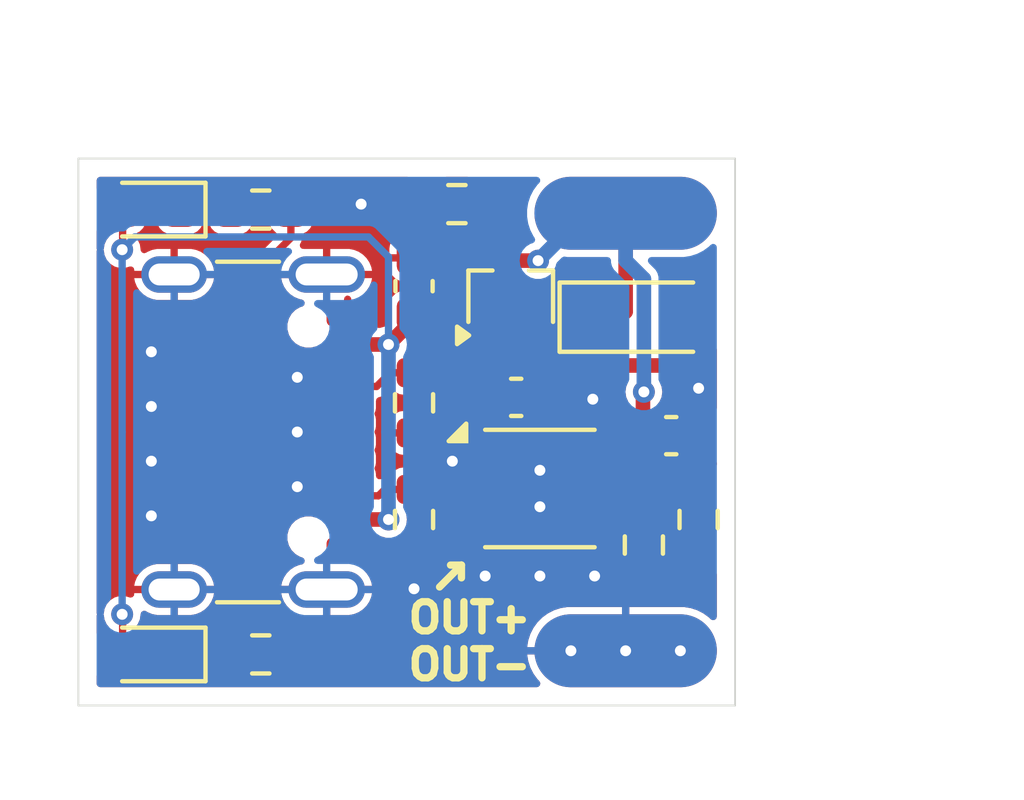
<source format=kicad_pcb>
(kicad_pcb (version 20240108) (generator "pcbnew") (generator_version "8.0")
  (title_block (title "LMS Charger") (date "2024-08-22") (rev "v0.1.0") (company "Petr Vilím"))
  (layers (0 "F.Cu" signal) (31 "B.Cu" signal) (34 "B.Paste" user) (35 "F.Paste" user) (36 "B.SilkS" user "B.Silkscreen") (37 "F.SilkS" user "F.Silkscreen") (38 "B.Mask" user) (39 "F.Mask" user) (44 "Edge.Cuts" user))
  (net 0 "")
  (net 1 "+5V")
  (net 2 "+BATT")
  (net 3 "GNDD")
  (net 5 "Net-(D1-K)")
  (net 6 "Net-(D2-K)")
  (net 7 "Net-(D3-K)")
  (net 8 "Net-(J1-CC1)")
  (net 10 "Net-(J1-CC2)")
  (net 14 "Net-(U1-STAT1)")
  (net 15 "Net-(U1-STAT2)")
  (net 16 "Net-(U1-PROG)")
  (net 17 "Net-(U1-THERM)")
  (footprint "Package_TO_SOT_SMD:SOT-323_SC-70" (layer "F.Cu") (at 111.85 91.3 90)
    (property "Reference" "Q1" (hide yes))
    (property "Value" "DMP2165UW")
    (fp_line (start 0.73 -1.16) (end 0.73 -0.499999) (stroke (width 0.12)) (layer "F.SilkS"))
    (fp_line (start -0.68 -1.159999) (end 0.73 -1.16) (stroke (width 0.12)) (layer "F.SilkS"))
    (fp_line (start 0.73 0.499999) (end 0.73 1.16) (stroke (width 0.12)) (layer "F.SilkS"))
    (fp_line (start -0.68 1.159999) (end 0.73 1.16) (stroke (width 0.12)) (layer "F.SilkS"))
    (fp_poly (pts (xy -1.05 -1.14) (xy -1.29 -1.47) (xy -0.81 -1.469999) (xy -1.05 -1.14)) (stroke (width 0.12)) (fill solid) (layer "F.SilkS"))
    (pad "1" smd roundrect (at -1 -0.65) (size 0.45 0.7) (layers "F.Cu" "F.Paste" "F.Mask") (net 1 "+5V"))
    (pad "2" smd roundrect (at -1 0.65) (size 0.45 0.7) (layers "F.Cu" "F.Paste" "F.Mask") (net 7 "Net-(D3-K)"))
    (pad "3" smd roundrect (at 1 0) (size 0.45 0.7) (layers "F.Cu" "F.Paste" "F.Mask") (net 2 "+BATT"))
  )
  (footprint "LED_SMD:LED_0603_1608Metric" (layer "F.Cu") (at 102 101.1 180)
    (property "Reference" "D2" (hide yes))
    (property "Value" "GREEN")
    (fp_line (start 0.8 -0.735) (end -1.485 -0.735) (stroke (width 0.12)) (layer "F.SilkS"))
    (fp_line (start -1.485 0.735) (end 0.8 0.735) (stroke (width 0.12)) (layer "F.SilkS"))
    (fp_line (start -1.485 -0.735) (end -1.485 0.735) (stroke (width 0.12)) (layer "F.SilkS"))
    (pad "1" smd roundrect (at -0.787501 0 180) (size 0.875 0.95) (layers "F.Cu" "F.Paste" "F.Mask") (net 6 "Net-(D2-K)"))
    (pad "2" smd roundrect (at 0.787501 0 180) (size 0.875 0.95) (layers "F.Cu" "F.Paste" "F.Mask") (net 1 "+5V"))
  )
  (footprint "Resistor_SMD:R_0603_1608Metric" (layer "F.Cu") (at 109.2 97.4 -90)
    (property "Reference" "R1" (hide yes))
    (property "Value" "5k1")
    (fp_line (start -0.237258 0.5225) (end 0.237258 0.5225) (stroke (width 0.12)) (layer "F.SilkS"))
    (fp_line (start -0.237258 -0.5225) (end 0.237258 -0.5225) (stroke (width 0.12)) (layer "F.SilkS"))
    (pad "1" smd roundrect (at -0.825 0 270) (size 0.8 0.95) (layers "F.Cu" "F.Paste" "F.Mask") (net 10 "Net-(J1-CC2)"))
    (pad "2" smd roundrect (at 0.825 0 270) (size 0.8 0.95) (layers "F.Cu" "F.Paste" "F.Mask") (net 3 "GNDD"))
  )
  (footprint "Resistor_SMD:R_0603_1608Metric" (layer "F.Cu") (at 105 101.1)
    (property "Reference" "R5" (hide yes))
    (property "Value" "220R")
    (fp_line (start -0.237258 -0.5225) (end 0.237258 -0.5225) (stroke (width 0.12)) (layer "F.SilkS"))
    (fp_line (start -0.237258 0.5225) (end 0.237258 0.5225) (stroke (width 0.12)) (layer "F.SilkS"))
    (pad "1" smd roundrect (at -0.825 0) (size 0.8 0.95) (layers "F.Cu" "F.Paste" "F.Mask") (net 6 "Net-(D2-K)"))
    (pad "2" smd roundrect (at 0.825 0) (size 0.8 0.95) (layers "F.Cu" "F.Paste" "F.Mask") (net 15 "Net-(U1-STAT2)"))
  )
  (footprint "Custom_Connectors:SMD_Cable_pad_1" (layer "F.Cu") (at 115 89 90)
    (property "Reference" "J2" (hide yes))
    (property "Value" "Cable Pad")
    (pad "1" smd oval (at 0 0 90) (size 2 5) (layers "F.Cu" "F.Mask") (net 7 "Net-(D3-K)"))
  )
  (footprint "Capacitor_SMD:C_0603_1608Metric" (layer "F.Cu") (at 116.25 95.1)
    (property "Reference" "C3" (hide yes))
    (property "Value" "4,7uF")
    (fp_line (start -0.140581 -0.51) (end 0.140581 -0.51) (stroke (width 0.12)) (layer "F.SilkS"))
    (fp_line (start -0.140581 0.51) (end 0.140581 0.51) (stroke (width 0.12)) (layer "F.SilkS"))
    (pad "1" smd roundrect (at -0.775 0) (size 0.9 0.95) (layers "F.Cu" "F.Paste" "F.Mask") (net 2 "+BATT"))
    (pad "2" smd roundrect (at 0.775 0) (size 0.9 0.95) (layers "F.Cu" "F.Paste" "F.Mask") (net 3 "GNDD"))
  )
  (footprint "LED_SMD:LED_0603_1608Metric" (layer "F.Cu") (at 102 88.9 180)
    (property "Reference" "D1" (hide yes))
    (property "Value" "RED")
    (fp_line (start 0.8 -0.735) (end -1.485 -0.735) (stroke (width 0.12)) (layer "F.SilkS"))
    (fp_line (start -1.485 0.735) (end 0.8 0.735) (stroke (width 0.12)) (layer "F.SilkS"))
    (fp_line (start -1.485 -0.735) (end -1.485 0.735) (stroke (width 0.12)) (layer "F.SilkS"))
    (pad "1" smd roundrect (at -0.787501 0 180) (size 0.875 0.95) (layers "F.Cu" "F.Paste" "F.Mask") (net 5 "Net-(D1-K)"))
    (pad "2" smd roundrect (at 0.787501 0 180) (size 0.875 0.95) (layers "F.Cu" "F.Paste" "F.Mask") (net 1 "+5V"))
  )
  (footprint "Diode_SMD:Nexperia_CFP3_SOD-123W" (layer "F.Cu") (at 115.45 91.85)
    (property "Reference" "D3" (hide yes))
    (property "Value" "PMEG3020EH")
    (fp_line (start -2.26 -0.95) (end -2.26 0.95) (stroke (width 0.12)) (layer "F.SilkS"))
    (fp_line (start -2.26 -0.95) (end 1.4 -0.95) (stroke (width 0.12)) (layer "F.SilkS"))
    (fp_line (start -2.26 0.95) (end 1.4 0.95) (stroke (width 0.12)) (layer "F.SilkS"))
    (pad "1" smd rect (at -1.399999 0) (size 1.2 1.2) (layers "F.Cu" "F.Paste" "F.Mask") (net 7 "Net-(D3-K)"))
    (pad "2" smd rect (at 1.399999 0) (size 1.2 1.2) (layers "F.Cu" "F.Paste" "F.Mask") (net 1 "+5V"))
  )
  (footprint "Connector_USB:USB_C_Receptacle_GCT_USB4105-xx-A_16P_TopMnt_Horizontal" (layer "F.Cu") (at 103.7 95 -90)
    (property "Reference" "J1" (hide yes))
    (property "Value" "USB4105-GF-A-120")
    (fp_line (start -4.67 -0.1) (end -4.67 -1.8) (stroke (width 0.12)) (layer "F.SilkS"))
    (fp_line (start 4.67 -0.1) (end 4.67 -1.8) (stroke (width 0.12)) (layer "F.SilkS"))
    (pad "" np_thru_hole circle (at -2.89 -2.605 270) (size 0.65 0.65) (drill 0.65) (layers "F&B.Cu" "*.Mask"))
    (pad "" np_thru_hole circle (at 2.89 -2.605 270) (size 0.65 0.65) (drill 0.65) (layers "F&B.Cu" "*.Mask"))
    (pad "A1" smd roundrect (at -3.2 -3.68 270) (size 0.6 1.15) (layers "F.Cu" "F.Paste" "F.Mask") (net 3 "GNDD"))
    (pad "A4" smd roundrect (at -2.4 -3.68 270) (size 0.6 1.15) (layers "F.Cu" "F.Paste" "F.Mask") (net 1 "+5V"))
    (pad "A5" smd roundrect (at -1.25 -3.679999 270) (size 0.3 1.15) (layers "F.Cu" "F.Paste" "F.Mask") (net 8 "Net-(J1-CC1)"))
    (pad "A6" smd roundrect (at -0.25 -3.68 270) (size 0.3 1.15) (layers "F.Cu" "F.Paste" "F.Mask"))
    (pad "A7" smd roundrect (at 0.25 -3.68 270) (size 0.3 1.15) (layers "F.Cu" "F.Paste" "F.Mask"))
    (pad "A8" smd roundrect (at 1.25 -3.679999 270) (size 0.3 1.15) (layers "F.Cu" "F.Paste" "F.Mask"))
    (pad "A9" smd roundrect (at 2.4 -3.68 270) (size 0.6 1.15) (layers "F.Cu" "F.Paste" "F.Mask") (net 1 "+5V"))
    (pad "A12" smd roundrect (at 3.2 -3.68 270) (size 0.6 1.15) (layers "F.Cu" "F.Paste" "F.Mask") (net 3 "GNDD"))
    (pad "B1" smd roundrect (at 3.2 -3.68 270) (size 0.6 1.15) (layers "F.Cu" "F.Paste" "F.Mask") (net 3 "GNDD"))
    (pad "B4" smd roundrect (at 2.4 -3.68 270) (size 0.6 1.15) (layers "F.Cu" "F.Paste" "F.Mask") (net 1 "+5V"))
    (pad "B5" smd roundrect (at 1.75 -3.68 270) (size 0.3 1.15) (layers "F.Cu" "F.Paste" "F.Mask") (net 10 "Net-(J1-CC2)"))
    (pad "B6" smd roundrect (at 0.75 -3.68 270) (size 0.3 1.15) (layers "F.Cu" "F.Paste" "F.Mask"))
    (pad "B7" smd roundrect (at -0.75 -3.68 270) (size 0.3 1.15) (layers "F.Cu" "F.Paste" "F.Mask"))
    (pad "B8" smd roundrect (at -1.75 -3.68 270) (size 0.3 1.15) (layers "F.Cu" "F.Paste" "F.Mask"))
    (pad "B9" smd roundrect (at -2.4 -3.68 270) (size 0.6 1.15) (layers "F.Cu" "F.Paste" "F.Mask") (net 1 "+5V"))
    (pad "B12" smd roundrect (at -3.2 -3.68 270) (size 0.6 1.15) (layers "F.Cu" "F.Paste" "F.Mask") (net 3 "GNDD"))
    (pad "S1" thru_hole oval (at -4.32 -3.105 270) (size 1 2.1) (drill oval 0.6 1.7) (layers "*.Cu" "*.Mask" "F.Paste") (net 3 "GNDD"))
    (pad "S1" thru_hole oval (at -4.32 1.075 270) (size 1 1.8) (drill oval 0.6 1.4) (layers "*.Cu" "*.Mask" "F.Paste") (net 3 "GNDD"))
    (pad "S1" thru_hole oval (at 4.32 -3.105 270) (size 1 2.1) (drill oval 0.6 1.7) (layers "*.Cu" "*.Mask" "F.Paste") (net 3 "GNDD"))
    (pad "S1" thru_hole oval (at 4.32 1.075 270) (size 1 1.8) (drill oval 0.6 1.4) (layers "*.Cu" "*.Mask" "F.Paste") (net 3 "GNDD"))
  )
  (footprint "Resistor_SMD:R_0603_1608Metric" (layer "F.Cu") (at 109.2 94.2 -90)
    (property "Reference" "R2" (hide yes))
    (property "Value" "5k1")
    (fp_line (start -0.237258 0.5225) (end 0.237258 0.5225) (stroke (width 0.12)) (layer "F.SilkS"))
    (fp_line (start -0.237258 -0.5225) (end 0.237258 -0.5225) (stroke (width 0.12)) (layer "F.SilkS"))
    (pad "1" smd roundrect (at -0.825 0 270) (size 0.8 0.95) (layers "F.Cu" "F.Paste" "F.Mask") (net 8 "Net-(J1-CC1)"))
    (pad "2" smd roundrect (at 0.825 0 270) (size 0.8 0.95) (layers "F.Cu" "F.Paste" "F.Mask") (net 3 "GNDD"))
  )
  (footprint "Package_DFN_QFN:DFN-10-1EP_3x3mm_P0.5mm_EP1.58x2.35mm" (layer "F.Cu") (at 112.65 96.55)
    (property "Reference" "U1" (hide yes))
    (property "Value" "MCP73833-AMI")
    (fp_line (start -1.5 -1.61) (end 1.5 -1.61) (stroke (width 0.12)) (layer "F.SilkS"))
    (fp_line (start -1.5 1.61) (end 1.5 1.61) (stroke (width 0.12)) (layer "F.SilkS"))
    (fp_poly (pts (xy -2.02 -1.3) (xy -2.5 -1.3) (xy -2.02 -1.78) (xy -2.02 -1.3)) (stroke (width 0.12)) (fill solid) (layer "F.SilkS"))
    (pad "1" smd roundrect (at -1.4375 -1) (size 0.825 0.25) (layers "F.Cu" "F.Paste" "F.Mask") (net 1 "+5V"))
    (pad "2" smd roundrect (at -1.4375 -0.5) (size 0.825 0.25) (layers "F.Cu" "F.Paste" "F.Mask") (net 1 "+5V"))
    (pad "3" smd roundrect (at -1.4375 0) (size 0.825 0.25) (layers "F.Cu" "F.Paste" "F.Mask") (net 14 "Net-(U1-STAT1)"))
    (pad "4" smd roundrect (at -1.4375 0.5) (size 0.825 0.25) (layers "F.Cu" "F.Paste" "F.Mask") (net 15 "Net-(U1-STAT2)"))
    (pad "5" smd roundrect (at -1.4375 1) (size 0.825 0.25) (layers "F.Cu" "F.Paste" "F.Mask") (net 3 "GNDD"))
    (pad "6" smd roundrect (at 1.4375 1) (size 0.825 0.25) (layers "F.Cu" "F.Paste" "F.Mask") (net 16 "Net-(U1-PROG)"))
    (pad "7" smd roundrect (at 1.4375 0.5) (size 0.825 0.25) (layers "F.Cu" "F.Paste" "F.Mask"))
    (pad "8" smd roundrect (at 1.4375 0) (size 0.825 0.25) (layers "F.Cu" "F.Paste" "F.Mask") (net 17 "Net-(U1-THERM)"))
    (pad "9" smd roundrect (at 1.4375 -0.5) (size 0.825 0.25) (layers "F.Cu" "F.Paste" "F.Mask") (net 2 "+BATT"))
    (pad "10" smd roundrect (at 1.4375 -1) (size 0.825 0.25) (layers "F.Cu" "F.Paste" "F.Mask") (net 2 "+BATT"))
    (pad "11" smd rect (at 0 0) (size 1.58 2.35) (property pad_prop_heatsink) (layers "F.Cu" "F.Mask") (net 3 "GNDD"))
  )
  (footprint "Capacitor_SMD:C_0603_1608Metric" (layer "F.Cu") (at 112 94.05)
    (property "Reference" "C2" (hide yes))
    (property "Value" "4,7uF")
    (fp_line (start -0.140581 -0.51) (end 0.140581 -0.51) (stroke (width 0.12)) (layer "F.SilkS"))
    (fp_line (start -0.140581 0.51) (end 0.140581 0.51) (stroke (width 0.12)) (layer "F.SilkS"))
    (pad "1" smd roundrect (at -0.775 0) (size 0.9 0.95) (layers "F.Cu" "F.Paste" "F.Mask") (net 1 "+5V"))
    (pad "2" smd roundrect (at 0.775 0) (size 0.9 0.95) (layers "F.Cu" "F.Paste" "F.Mask") (net 3 "GNDD"))
  )
  (footprint "Resistor_SMD:R_0603_1608Metric" (layer "F.Cu") (at 110.375 88.75 180)
    (property "Reference" "R3" (hide yes))
    (property "Value" "100k")
    (fp_line (start -0.237258 0.5225) (end 0.237258 0.5225) (stroke (width 0.12)) (layer "F.SilkS"))
    (fp_line (start -0.237258 -0.5225) (end 0.237258 -0.5225) (stroke (width 0.12)) (layer "F.SilkS"))
    (pad "1" smd roundrect (at -0.825 0 180) (size 0.8 0.95) (layers "F.Cu" "F.Paste" "F.Mask") (net 1 "+5V"))
    (pad "2" smd roundrect (at 0.825 0 180) (size 0.8 0.95) (layers "F.Cu" "F.Paste" "F.Mask") (net 3 "GNDD"))
  )
  (footprint "Resistor_SMD:R_0603_1608Metric" (layer "F.Cu") (at 117 97.4 -90)
    (property "Reference" "R7" (hide yes))
    (property "Value" "NCU18XH103F60RB")
    (fp_line (start -0.237258 0.5225) (end 0.237258 0.5225) (stroke (width 0.12)) (layer "F.SilkS"))
    (fp_line (start -0.237258 -0.5225) (end 0.237258 -0.5225) (stroke (width 0.12)) (layer "F.SilkS"))
    (pad "1" smd roundrect (at -0.825 0 270) (size 0.8 0.95) (layers "F.Cu" "F.Paste" "F.Mask") (net 17 "Net-(U1-THERM)"))
    (pad "2" smd roundrect (at 0.825 0 270) (size 0.8 0.95) (layers "F.Cu" "F.Paste" "F.Mask") (net 3 "GNDD"))
  )
  (footprint "Resistor_SMD:R_0603_1608Metric" (layer "F.Cu") (at 105 88.9)
    (property "Reference" "R4" (hide yes))
    (property "Value" "220R")
    (fp_line (start -0.237258 -0.5225) (end 0.237258 -0.5225) (stroke (width 0.12)) (layer "F.SilkS"))
    (fp_line (start -0.237258 0.5225) (end 0.237258 0.5225) (stroke (width 0.12)) (layer "F.SilkS"))
    (pad "1" smd roundrect (at -0.825 0) (size 0.8 0.95) (layers "F.Cu" "F.Paste" "F.Mask") (net 5 "Net-(D1-K)"))
    (pad "2" smd roundrect (at 0.825 0) (size 0.8 0.95) (layers "F.Cu" "F.Paste" "F.Mask") (net 14 "Net-(U1-STAT1)"))
  )
  (footprint "Capacitor_SMD:C_0603_1608Metric" (layer "F.Cu") (at 109.2 91 90)
    (property "Reference" "C1" (hide yes))
    (property "Value" "100nF")
    (fp_line (start -0.140581 -0.51) (end 0.140581 -0.51) (stroke (width 0.12)) (layer "F.SilkS"))
    (fp_line (start -0.140581 0.51) (end 0.140581 0.51) (stroke (width 0.12)) (layer "F.SilkS"))
    (pad "1" smd roundrect (at -0.775 0 90) (size 0.9 0.95) (layers "F.Cu" "F.Paste" "F.Mask") (net 1 "+5V"))
    (pad "2" smd roundrect (at 0.775 0 90) (size 0.9 0.95) (layers "F.Cu" "F.Paste" "F.Mask") (net 3 "GNDD"))
  )
  (footprint "Resistor_SMD:R_0603_1608Metric" (layer "F.Cu") (at 115.5 98.1 -90)
    (property "Reference" "R6" (hide yes))
    (property "Value" "R_{prog}")
    (fp_line (start -0.237258 0.5225) (end 0.237258 0.5225) (stroke (width 0.12)) (layer "F.SilkS"))
    (fp_line (start -0.237258 -0.5225) (end 0.237258 -0.5225) (stroke (width 0.12)) (layer "F.SilkS"))
    (pad "1" smd roundrect (at -0.825 0 270) (size 0.8 0.95) (layers "F.Cu" "F.Paste" "F.Mask") (net 16 "Net-(U1-PROG)"))
    (pad "2" smd roundrect (at 0.825 0 270) (size 0.8 0.95) (layers "F.Cu" "F.Paste" "F.Mask") (net 3 "GNDD"))
  )
  (footprint "Custom_Connectors:SMD_Cable_pad_1" (layer "F.Cu") (at 115 101 90)
    (property "Reference" "J3" (hide yes))
    (property "Value" "Cable Pad")
    (pad "1" smd oval (at 0 0 90) (size 2 5) (layers "F.Cu" "F.Mask") (net 3 "GNDD"))
  )
  (footprint "Custom_Connectors:SMD_Cable_pad_1" (layer "B.Cu") (at 115 101 -90)
    (property "Reference" "J5" (hide yes))
    (property "Value" "Cable Pad")
    (pad "1" smd oval (at 0 0 270) (size 2 5) (layers "B.Cu" "B.Mask") (net 3 "GNDD"))
  )
  (footprint "Custom_Connectors:SMD_Cable_pad_1" (layer "B.Cu") (at 115 89 90)
    (property "Reference" "J4" (hide yes))
    (property "Value" "Cable Pad")
    (pad "1" smd oval (at 0 0 90) (size 2 5) (layers "B.Cu" "B.Mask") (net 2 "+BATT"))
  )
  (gr_line (start 109.9 99.25) (end 110.5 98.65) (stroke (width 0.2)) (layer "F.SilkS"))
  (gr_line (start 110.5 98.65) (end 110.2 98.65) (stroke (width 0.2)) (layer "F.SilkS"))
  (gr_line (start 110.5 98.65) (end 110.5 99) (stroke (width 0.2)) (layer "F.SilkS"))
  (gr_line (start 118 87.5) (end 118 102.5) (stroke (width 0.05)) (layer "Edge.Cuts"))
  (gr_line (start 100 102.5) (end 100 87.5) (stroke (width 0.05)) (layer "Edge.Cuts"))
  (gr_line (start 118 102.5) (end 100 102.5) (stroke (width 0.05)) (layer "Edge.Cuts"))
  (gr_line (start 100 87.5) (end 118 87.5) (stroke (width 0.05)) (layer "Edge.Cuts"))
  (gr_text "OUT+\nOUT-" (at 108.95 101.85 0) (layer "F.SilkS") (effects (font (size 0.8 0.8) (thickness 0.2) (bold yes)) (justify left bottom)))
  (segment (start 111.2125 94.0625) (end 111.225 94.05) (width 0.2) (layer "F.Cu") (net 1))
  (segment (start 101.212499 100.012499) (end 101.2 100) (width 0.2) (layer "F.Cu") (net 1))
  (segment (start 111.2125 95.55) (end 111.2125 95.1125) (width 0.2) (layer "F.Cu") (net 1))
  (segment (start 111.2 93.15) (end 111.2 94.025) (width 0.4) (layer "F.Cu") (net 1))
  (segment (start 111.225 93.175) (end 111.2 93.15) (width 0.4) (layer "F.Cu") (net 1))
  (segment (start 111.2 92.3) (end 111.2 93.15) (width 0.4) (layer "F.Cu") (net 1))
  (segment (start 101.212499 88.9) (end 101.212499 89.987501) (width 0.2) (layer "F.Cu") (net 1))
  (segment (start 116.375 93.175) (end 111.225 93.175) (width 0.4) (layer "F.Cu") (net 1))
  (segment (start 109.2 91.775) (end 109.2 91.9) (width 0.4) (layer "F.Cu") (net 1))
  (segment (start 110.6 92.3) (end 110.075 91.775) (width 0.4) (layer "F.Cu") (net 1))
  (segment (start 101.212499 89.987501) (end 101.2 90) (width 0.2) (layer "F.Cu") (net 1))
  (segment (start 107.38 97.4) (end 108.5 97.4) (width 0.4) (layer "F.Cu") (net 1))
  (segment (start 111.2 94.025) (end 111.225 94.05) (width 0.4) (layer "F.Cu") (net 1))
  (segment (start 111.2125 95.1125) (end 111.2125 94.0625) (width 0.4) (layer "F.Cu") (net 1))
  (segment (start 111.2 92.3) (end 111.2 88.75) (width 0.2) (layer "F.Cu") (net 1))
  (segment (start 109.2 91.9) (end 108.5 92.6) (width 0.4) (layer "F.Cu") (net 1))
  (segment (start 116.849999 91.85) (end 116.849999 92.700001) (width 0.4) (layer "F.Cu") (net 1))
  (segment (start 116.849999 92.700001) (end 116.375 93.175) (width 0.4) (layer "F.Cu") (net 1))
  (segment (start 111.2125 96.05) (end 111.2125 95.55) (width 0.2) (layer "F.Cu") (net 1))
  (segment (start 111.2 92.3) (end 110.6 92.3) (width 0.4) (layer "F.Cu") (net 1))
  (segment (start 107.38 92.6) (end 108.5 92.6) (width 0.4) (layer "F.Cu") (net 1))
  (segment (start 101.212499 101.1) (end 101.212499 100.012499) (width 0.2) (layer "F.Cu") (net 1))
  (segment (start 110.075 91.775) (end 109.2 91.775) (width 0.4) (layer "F.Cu") (net 1))
  (via (at 108.5 97.4) (size 0.6) (drill 0.3) (layers "F.Cu" "B.Cu") (net 1))
  (via (at 101.2 90) (size 0.6) (drill 0.3) (layers "F.Cu" "B.Cu") (net 1))
  (via (at 108.5 92.6) (size 0.6) (drill 0.3) (layers "F.Cu" "B.Cu") (net 1))
  (via (at 101.2 100) (size 0.6) (drill 0.3) (layers "F.Cu" "B.Cu") (net 1))
  (segment (start 108.5 92.6) (end 108.5 90.2) (width 0.2) (layer "B.Cu") (net 1))
  (segment (start 107.95 89.65) (end 101.55 89.65) (width 0.2) (layer "B.Cu") (net 1))
  (segment (start 108.5 90.2) (end 107.95 89.65) (width 0.2) (layer "B.Cu") (net 1))
  (segment (start 101.2 90) (end 101.2 95) (width 0.2) (layer "B.Cu") (net 1))
  (segment (start 101.2 95) (end 101.2 100) (width 0.2) (layer "B.Cu") (net 1))
  (segment (start 101.55 89.65) (end 101.2 90) (width 0.2) (layer "B.Cu") (net 1))
  (segment (start 108.5 95) (end 108.5 92.6) (width 0.4) (layer "B.Cu") (net 1))
  (segment (start 108.5 97.4) (end 108.5 95) (width 0.4) (layer "B.Cu") (net 1))
  (segment (start 115.475 93.925) (end 115.5 93.9) (width 0.4) (layer "F.Cu") (net 2))
  (segment (start 111.85 90.3) (end 112.6 90.3) (width 0.4) (layer "F.Cu") (net 2))
  (segment (start 114.0875 96.05) (end 114.0875 95.55) (width 0.2) (layer "F.Cu") (net 2))
  (segment (start 115.475 95.1) (end 115.475 93.925) (width 0.4) (layer "F.Cu") (net 2))
  (segment (start 114.0875 95.55) (end 114.0875 95.1125) (width 0.2) (layer "F.Cu") (net 2))
  (segment (start 115.475 95.1) (end 114.1 95.1) (width 0.4) (layer "F.Cu") (net 2))
  (segment (start 114.1 95.1) (end 114.0875 95.1125) (width 0.4) (layer "F.Cu") (net 2))
  (via (at 115.5 93.9) (size 0.6) (drill 0.3) (layers "F.Cu" "B.Cu") (net 2))
  (via (at 112.6 90.3) (size 0.6) (drill 0.3) (layers "F.Cu" "B.Cu") (net 2))
  (segment (start 115 89) (end 113.9 89) (width 0.4) (layer "B.Cu") (net 2))
  (segment (start 113.9 89) (end 112.6 90.3) (width 0.4) (layer "B.Cu") (net 2))
  (segment (start 115 90.3) (end 115 89) (width 0.4) (layer "B.Cu") (net 2))
  (segment (start 115.5 93.9) (end 115.5 90.8) (width 0.4) (layer "B.Cu") (net 2))
  (segment (start 115.5 90.8) (end 115 90.3) (width 0.4) (layer "B.Cu") (net 2))
  (via (at 116.5 101) (size 0.6) (drill 0.3) (layers "F.Cu" "B.Cu") (net 3))
  (via (at 114.1 94.1) (size 0.6) (drill 0.3) (layers "F.Cu" "B.Cu") (net 3))
  (via (at 113.5 101) (size 0.6) (drill 0.3) (layers "F.Cu" "B.Cu") (net 3))
  (via (at 114.15 98.95) (size 0.6) (drill 0.3) (layers "F.Cu" "B.Cu") (net 3))
  (via (at 102 94.3) (size 0.6) (drill 0.3) (layers "F.Cu" "B.Cu") (net 3))
  (via (at 107.75 88.75) (size 0.6) (drill 0.3) (layers "F.Cu" "B.Cu") (net 3))
  (via (at 106 93.5) (size 0.6) (drill 0.3) (layers "F.Cu" "B.Cu") (net 3))
  (via (at 106 96.5) (size 0.6) (drill 0.3) (layers "F.Cu" "B.Cu") (net 3))
  (via (at 111.15 98.95) (size 0.6) (drill 0.3) (layers "F.Cu" "B.Cu") (net 3))
  (via (at 102 97.3) (size 0.6) (drill 0.3) (layers "F.Cu" "B.Cu") (net 3))
  (via (at 112.65 96.05) (size 0.6) (drill 0.3) (layers "F.Cu" "B.Cu") (net 3))
  (via (at 109.2 99.3) (size 0.6) (drill 0.3) (layers "F.Cu" "B.Cu") (net 3))
  (via (at 102 95.8) (size 0.6) (drill 0.3) (layers "F.Cu" "B.Cu") (net 3))
  (via (at 102 92.8) (size 0.6) (drill 0.3) (layers "F.Cu" "B.Cu") (net 3))
  (via (at 106 95) (size 0.6) (drill 0.3) (layers "F.Cu" "B.Cu") (net 3))
  (via (at 115 101) (size 0.6) (drill 0.3) (layers "F.Cu" "B.Cu") (net 3))
  (via (at 110.25 95.8) (size 0.6) (drill 0.3) (layers "F.Cu" "B.Cu") (net 3))
  (via (at 112.65 97.05) (size 0.6) (drill 0.3) (layers "F.Cu" "B.Cu") (net 3))
  (via (at 112.65 98.95) (size 0.6) (drill 0.3) (layers "F.Cu" "B.Cu") (net 3))
  (via (at 117 93.8) (size 0.6) (drill 0.3) (layers "F.Cu" "B.Cu") (net 3))
  (segment (start 102.787501 88.9) (end 104.175 88.9) (width 0.2) (layer "F.Cu") (net 5))
  (segment (start 102.787501 101.1) (end 104.175 101.1) (width 0.2) (layer "F.Cu") (net 6))
  (segment (start 114.050001 91.85) (end 114.85 91.85) (width 0.4) (layer "F.Cu") (net 7))
  (segment (start 114.85 91.85) (end 115 91.7) (width 0.4) (layer "F.Cu") (net 7))
  (segment (start 112.45 92.3) (end 112.85 92.3) (width 0.4) (layer "F.Cu") (net 7))
  (segment (start 113.3 91.85) (end 114.050001 91.85) (width 0.4) (layer "F.Cu") (net 7))
  (segment (start 115 91.7) (end 115 89) (width 0.4) (layer "F.Cu") (net 7))
  (segment (start 112.85 92.3) (end 113.3 91.85) (width 0.4) (layer "F.Cu") (net 7))
  (segment (start 109.2 93.375) (end 108.55 93.375) (width 0.2) (layer "F.Cu") (net 8))
  (segment (start 107.379999 93.75) (end 108.175 93.75) (width 0.2) (layer "F.Cu") (net 8))
  (segment (start 108.175 93.75) (end 108.55 93.375) (width 0.2) (layer "F.Cu") (net 8))
  (segment (start 108.225 96.75) (end 108.4 96.575) (width 0.2) (layer "F.Cu") (net 10))
  (segment (start 107.38 96.75) (end 108.225 96.75) (width 0.2) (layer "F.Cu") (net 10))
  (segment (start 109.2 96.575) (end 108.4 96.575) (width 0.2) (layer "F.Cu") (net 10))
  (segment (start 106.7 100.7) (end 106.325 100.325) (width 0.2) (layer "F.Cu") (net 14))
  (segment (start 110 97.034314) (end 110 99.734314) (width 0.2) (layer "F.Cu") (net 14))
  (segment (start 110 99.734314) (end 109.034314 100.7) (width 0.2) (layer "F.Cu") (net 14))
  (segment (start 110.484314 96.55) (end 110 97.034314) (width 0.2) (layer "F.Cu") (net 14))
  (segment (start 111.2125 96.55) (end 110.484314 96.55) (width 0.2) (layer "F.Cu") (net 14))
  (segment (start 105 90.5) (end 105.825 89.675) (width 0.2) (layer "F.Cu") (net 14))
  (segment (start 105.325 100.325) (end 105 100) (width 0.2) (layer "F.Cu") (net 14))
  (segment (start 105 100) (end 105 90.5) (width 0.2) (layer "F.Cu") (net 14))
  (segment (start 109.034314 100.7) (end 106.7 100.7) (width 0.2) (layer "F.Cu") (net 14))
  (segment (start 106.325 100.325) (end 105.325 100.325) (width 0.2) (layer "F.Cu") (net 14))
  (segment (start 105.825 89.675) (end 105.825 88.9) (width 0.2) (layer "F.Cu") (net 14))
  (segment (start 110.55 97.05) (end 110.4 97.2) (width 0.2) (layer "F.Cu") (net 15))
  (segment (start 111.2125 97.05) (end 110.55 97.05) (width 0.2) (layer "F.Cu") (net 15))
  (segment (start 110.4 97.2) (end 110.4 99.9) (width 0.2) (layer "F.Cu") (net 15))
  (segment (start 109.2 101.1) (end 105.825 101.1) (width 0.2) (layer "F.Cu") (net 15))
  (segment (start 110.4 99.9) (end 109.2 101.1) (width 0.2) (layer "F.Cu") (net 15))
  (segment (start 114.6 97.55) (end 114.875 97.275) (width 0.2) (layer "F.Cu") (net 16))
  (segment (start 114.875 97.275) (end 115.5 97.275) (width 0.2) (layer "F.Cu") (net 16))
  (segment (start 114.0875 97.55) (end 114.6 97.55) (width 0.2) (layer "F.Cu") (net 16))
  (segment (start 114.0875 96.55) (end 116.975 96.55) (width 0.2) (layer "F.Cu") (net 17))
  (segment (start 116.975 96.55) (end 117 96.575) (width 0.2) (layer "F.Cu") (net 17))
  (zone (net 3) (net_name "GNDD") (layers "F&B.Cu") (connect_pads (clearance 0.2)) (min_thickness 0.2) (fill yes (thermal_gap 0.2) (thermal_bridge_width 0.2))
    (polygon (pts (xy 100 87.5) (xy 118 87.5) (xy 118 105) (xy 100 105.1)))
  )
)
</source>
